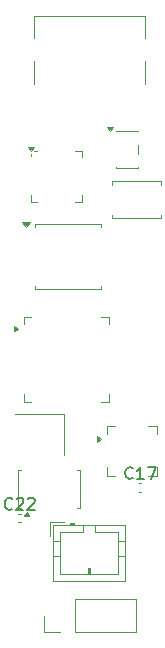
<source format=gbr>
%TF.GenerationSoftware,KiCad,Pcbnew,9.0.6*%
%TF.CreationDate,2026-01-01T23:14:18-05:00*%
%TF.ProjectId,rp2040 better,72703230-3430-4206-9265-747465722e6b,rev?*%
%TF.SameCoordinates,Original*%
%TF.FileFunction,Legend,Top*%
%TF.FilePolarity,Positive*%
%FSLAX46Y46*%
G04 Gerber Fmt 4.6, Leading zero omitted, Abs format (unit mm)*
G04 Created by KiCad (PCBNEW 9.0.6) date 2026-01-01 23:14:18*
%MOMM*%
%LPD*%
G01*
G04 APERTURE LIST*
%ADD10C,0.150000*%
%ADD11C,0.120000*%
G04 APERTURE END LIST*
D10*
X194167142Y-94329580D02*
X194119523Y-94377200D01*
X194119523Y-94377200D02*
X193976666Y-94424819D01*
X193976666Y-94424819D02*
X193881428Y-94424819D01*
X193881428Y-94424819D02*
X193738571Y-94377200D01*
X193738571Y-94377200D02*
X193643333Y-94281961D01*
X193643333Y-94281961D02*
X193595714Y-94186723D01*
X193595714Y-94186723D02*
X193548095Y-93996247D01*
X193548095Y-93996247D02*
X193548095Y-93853390D01*
X193548095Y-93853390D02*
X193595714Y-93662914D01*
X193595714Y-93662914D02*
X193643333Y-93567676D01*
X193643333Y-93567676D02*
X193738571Y-93472438D01*
X193738571Y-93472438D02*
X193881428Y-93424819D01*
X193881428Y-93424819D02*
X193976666Y-93424819D01*
X193976666Y-93424819D02*
X194119523Y-93472438D01*
X194119523Y-93472438D02*
X194167142Y-93520057D01*
X194548095Y-93520057D02*
X194595714Y-93472438D01*
X194595714Y-93472438D02*
X194690952Y-93424819D01*
X194690952Y-93424819D02*
X194929047Y-93424819D01*
X194929047Y-93424819D02*
X195024285Y-93472438D01*
X195024285Y-93472438D02*
X195071904Y-93520057D01*
X195071904Y-93520057D02*
X195119523Y-93615295D01*
X195119523Y-93615295D02*
X195119523Y-93710533D01*
X195119523Y-93710533D02*
X195071904Y-93853390D01*
X195071904Y-93853390D02*
X194500476Y-94424819D01*
X194500476Y-94424819D02*
X195119523Y-94424819D01*
X195500476Y-93520057D02*
X195548095Y-93472438D01*
X195548095Y-93472438D02*
X195643333Y-93424819D01*
X195643333Y-93424819D02*
X195881428Y-93424819D01*
X195881428Y-93424819D02*
X195976666Y-93472438D01*
X195976666Y-93472438D02*
X196024285Y-93520057D01*
X196024285Y-93520057D02*
X196071904Y-93615295D01*
X196071904Y-93615295D02*
X196071904Y-93710533D01*
X196071904Y-93710533D02*
X196024285Y-93853390D01*
X196024285Y-93853390D02*
X195452857Y-94424819D01*
X195452857Y-94424819D02*
X196071904Y-94424819D01*
X204367142Y-91729580D02*
X204319523Y-91777200D01*
X204319523Y-91777200D02*
X204176666Y-91824819D01*
X204176666Y-91824819D02*
X204081428Y-91824819D01*
X204081428Y-91824819D02*
X203938571Y-91777200D01*
X203938571Y-91777200D02*
X203843333Y-91681961D01*
X203843333Y-91681961D02*
X203795714Y-91586723D01*
X203795714Y-91586723D02*
X203748095Y-91396247D01*
X203748095Y-91396247D02*
X203748095Y-91253390D01*
X203748095Y-91253390D02*
X203795714Y-91062914D01*
X203795714Y-91062914D02*
X203843333Y-90967676D01*
X203843333Y-90967676D02*
X203938571Y-90872438D01*
X203938571Y-90872438D02*
X204081428Y-90824819D01*
X204081428Y-90824819D02*
X204176666Y-90824819D01*
X204176666Y-90824819D02*
X204319523Y-90872438D01*
X204319523Y-90872438D02*
X204367142Y-90920057D01*
X205319523Y-91824819D02*
X204748095Y-91824819D01*
X205033809Y-91824819D02*
X205033809Y-90824819D01*
X205033809Y-90824819D02*
X204938571Y-90967676D01*
X204938571Y-90967676D02*
X204843333Y-91062914D01*
X204843333Y-91062914D02*
X204748095Y-91110533D01*
X205652857Y-90824819D02*
X206319523Y-90824819D01*
X206319523Y-90824819D02*
X205890952Y-91824819D01*
D11*
%TO.C,U4*%
X202190000Y-87327500D02*
X202915000Y-87327500D01*
X202190000Y-88052500D02*
X202190000Y-87327500D01*
X202190000Y-91547500D02*
X202190000Y-90822500D01*
X202915000Y-91547500D02*
X202190000Y-91547500D01*
X205685000Y-87327500D02*
X206410000Y-87327500D01*
X206410000Y-87327500D02*
X206410000Y-88052500D01*
X206410000Y-90822500D02*
X206410000Y-91547500D01*
X206410000Y-91547500D02*
X205685000Y-91547500D01*
X201690000Y-88437500D02*
X201360000Y-88677500D01*
X201360000Y-88197500D01*
X201690000Y-88437500D01*
G36*
X201690000Y-88437500D02*
G01*
X201360000Y-88677500D01*
X201360000Y-88197500D01*
X201690000Y-88437500D01*
G37*
%TO.C,C22*%
X194702164Y-94770000D02*
X194917836Y-94770000D01*
X194702164Y-95490000D02*
X194917836Y-95490000D01*
%TO.C,C17*%
X204902164Y-92170000D02*
X205117836Y-92170000D01*
X204902164Y-92890000D02*
X205117836Y-92890000D01*
%TO.C,J1*%
X205450000Y-58400000D02*
X205450000Y-56400000D01*
X205450000Y-54500000D02*
X205450000Y-52600000D01*
X205450000Y-52600000D02*
X196050000Y-52600000D01*
X196050000Y-58400000D02*
X196050000Y-56400000D01*
X196050000Y-54500000D02*
X196050000Y-52600000D01*
%TO.C,U1*%
X194622500Y-79100000D02*
X194292500Y-79340000D01*
X194292500Y-78860000D01*
X194622500Y-79100000D01*
G36*
X194622500Y-79100000D02*
G01*
X194292500Y-79340000D01*
X194292500Y-78860000D01*
X194622500Y-79100000D01*
G37*
X202372500Y-85310000D02*
X201722500Y-85310000D01*
X202372500Y-84660000D02*
X202372500Y-85310000D01*
X202372500Y-78090000D02*
X202372500Y-78740000D01*
X201722500Y-78090000D02*
X202372500Y-78090000D01*
X195802500Y-85310000D02*
X195152500Y-85310000D01*
X195152500Y-85310000D02*
X195152500Y-84660000D01*
X195152500Y-78740000D02*
X195152500Y-78090000D01*
X195152500Y-78090000D02*
X195802500Y-78090000D01*
%TO.C,J2*%
X203760000Y-100460000D02*
X203760000Y-95740000D01*
X203760000Y-98350000D02*
X203150000Y-98350000D01*
X203760000Y-97050000D02*
X203150000Y-97050000D01*
X203760000Y-95740000D02*
X197640000Y-95740000D01*
X203150000Y-99850000D02*
X203150000Y-96350000D01*
X203150000Y-96350000D02*
X201200000Y-96350000D01*
X201200000Y-96350000D02*
X201200000Y-95740000D01*
X200800000Y-99350000D02*
X200800000Y-99850000D01*
X200700000Y-99850000D02*
X200700000Y-99350000D01*
X200600000Y-99850000D02*
X200600000Y-99350000D01*
X200600000Y-99350000D02*
X200800000Y-99350000D01*
X200200000Y-96350000D02*
X198250000Y-96350000D01*
X200200000Y-95740000D02*
X200200000Y-96350000D01*
X199400000Y-95740000D02*
X199400000Y-95540000D01*
X199400000Y-95640000D02*
X199100000Y-95640000D01*
X199400000Y-95540000D02*
X199100000Y-95540000D01*
X199100000Y-95540000D02*
X199100000Y-95740000D01*
X198590000Y-95440000D02*
X197340000Y-95440000D01*
X198250000Y-99850000D02*
X203150000Y-99850000D01*
X198250000Y-96350000D02*
X198250000Y-99850000D01*
X197640000Y-100460000D02*
X203760000Y-100460000D01*
X197640000Y-98350000D02*
X198250000Y-98350000D01*
X197640000Y-97050000D02*
X198250000Y-97050000D01*
X197640000Y-95740000D02*
X197640000Y-100460000D01*
X197340000Y-95440000D02*
X197340000Y-96690000D01*
%TO.C,U3*%
X195635000Y-94990000D02*
X195155000Y-94990000D01*
X195395000Y-94660000D01*
X195635000Y-94990000D01*
G36*
X195635000Y-94990000D02*
G01*
X195155000Y-94990000D01*
X195395000Y-94660000D01*
X195635000Y-94990000D01*
G37*
X199885000Y-94260000D02*
X199660000Y-94260000D01*
X199885000Y-91040000D02*
X199885000Y-94260000D01*
X199660000Y-91040000D02*
X199885000Y-91040000D01*
X194890000Y-94260000D02*
X194665000Y-94260000D01*
X194665000Y-94260000D02*
X194665000Y-91040000D01*
X194665000Y-91040000D02*
X194890000Y-91040000D01*
%TO.C,SW1*%
X206770000Y-69770000D02*
X202630000Y-69770000D01*
X206770000Y-69470000D02*
X206770000Y-69770000D01*
X206770000Y-66630000D02*
X206770000Y-66930000D01*
X202630000Y-69770000D02*
X202630000Y-69470000D01*
X202630000Y-66930000D02*
X202630000Y-66630000D01*
X202630000Y-66630000D02*
X206770000Y-66630000D01*
%TO.C,U5*%
X202450000Y-62390000D02*
X202210000Y-62060000D01*
X202690000Y-62060000D01*
X202450000Y-62390000D01*
G36*
X202450000Y-62390000D02*
G01*
X202210000Y-62060000D01*
X202690000Y-62060000D01*
X202450000Y-62390000D01*
G37*
X204810000Y-65460000D02*
X202990000Y-65460000D01*
X204810000Y-65410000D02*
X204810000Y-65460000D01*
X204810000Y-63510000D02*
X204810000Y-64290000D01*
X204810000Y-62340000D02*
X204810000Y-62390000D01*
X202990000Y-65460000D02*
X202990000Y-65410000D01*
X202990000Y-62390000D02*
X202990000Y-62340000D01*
X202990000Y-62340000D02*
X204810000Y-62340000D01*
%TO.C,J5*%
X204670000Y-104770000D02*
X204670000Y-102010000D01*
X199480000Y-104770000D02*
X204670000Y-104770000D01*
X199480000Y-104770000D02*
X199480000Y-102010000D01*
X199480000Y-102010000D02*
X204670000Y-102010000D01*
X198210000Y-104770000D02*
X196830000Y-104770000D01*
X196830000Y-104770000D02*
X196830000Y-103390000D01*
%TO.C,U6*%
X195310000Y-70500000D02*
X194970000Y-70030000D01*
X195650000Y-70030000D01*
X195310000Y-70500000D01*
G36*
X195310000Y-70500000D02*
G01*
X194970000Y-70030000D01*
X195650000Y-70030000D01*
X195310000Y-70500000D01*
G37*
X201660000Y-75760000D02*
X196140000Y-75760000D01*
X201660000Y-75490000D02*
X201660000Y-75760000D01*
X201660000Y-70240000D02*
X201660000Y-70510000D01*
X196140000Y-75760000D02*
X196140000Y-75490000D01*
X196140000Y-70510000D02*
X196140000Y-70240000D01*
X196140000Y-70240000D02*
X201660000Y-70240000D01*
%TO.C,Y1*%
X198560000Y-89760000D02*
X198560000Y-86340000D01*
X198560000Y-86340000D02*
X194440000Y-86340000D01*
%TO.C,U2*%
X195750000Y-64050000D02*
X195510000Y-63720000D01*
X195990000Y-63720000D01*
X195750000Y-64050000D01*
G36*
X195750000Y-64050000D02*
G01*
X195510000Y-63720000D01*
X195990000Y-63720000D01*
X195750000Y-64050000D01*
G37*
X200050000Y-68350000D02*
X200050000Y-67825000D01*
X200050000Y-68350000D02*
X199525000Y-68350000D01*
X200050000Y-64050000D02*
X200050000Y-64575000D01*
X200050000Y-64050000D02*
X199525000Y-64050000D01*
X196275000Y-64050000D02*
X196050000Y-64050000D01*
X195750000Y-68350000D02*
X196275000Y-68350000D01*
X195750000Y-68350000D02*
X195750000Y-67825000D01*
X195750000Y-64515000D02*
X195750000Y-64290000D01*
%TD*%
M02*

</source>
